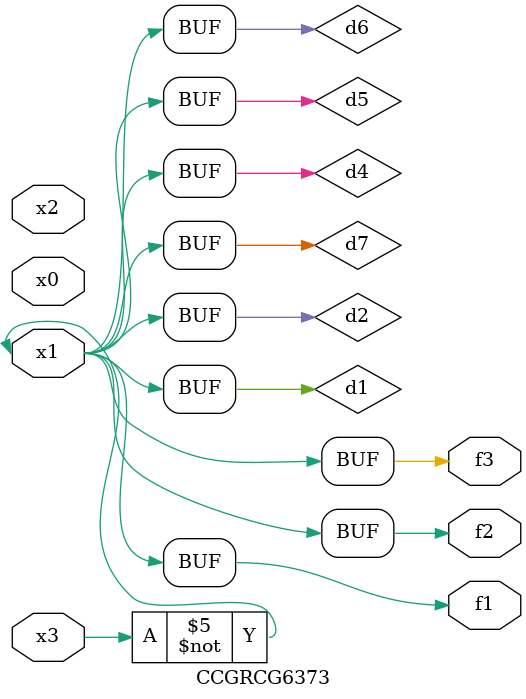
<source format=v>
module CCGRCG6373(
	input x0, x1, x2, x3,
	output f1, f2, f3
);

	wire d1, d2, d3, d4, d5, d6, d7;

	not (d1, x3);
	buf (d2, x1);
	xnor (d3, d1, d2);
	nor (d4, d1);
	buf (d5, d1, d2);
	buf (d6, d4, d5);
	nand (d7, d4);
	assign f1 = d6;
	assign f2 = d7;
	assign f3 = d6;
endmodule

</source>
